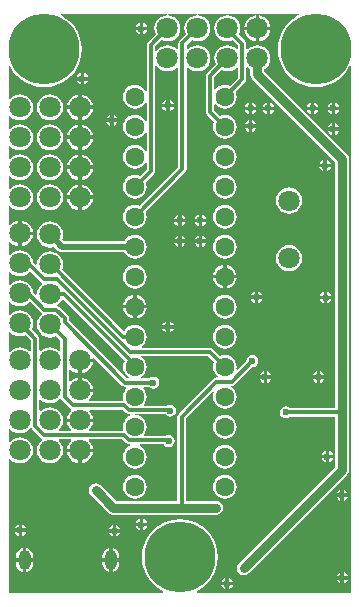
<source format=gbl>
%FSLAX44Y44*%
%MOMM*%
G71*
G01*
G75*
G04 Layer_Physical_Order=4*
G04 Layer_Color=16711680*
%ADD10R,1.3000X1.5000*%
%ADD11R,1.1000X1.0000*%
%ADD12R,2.1000X2.9000*%
%ADD13R,0.5000X1.6000*%
%ADD14R,1.0000X1.1000*%
%ADD15R,2.4000X3.3000*%
%ADD16R,2.4000X1.0000*%
%ADD17R,1.0000X0.8500*%
%ADD18R,1.0000X0.8500*%
%ADD19R,0.8000X0.8000*%
%ADD20R,2.8000X1.5000*%
%ADD21R,0.8000X0.8000*%
%ADD22R,4.5000X5.0000*%
G04:AMPARAMS|DCode=23|XSize=5.6mm|YSize=2.1mm|CornerRadius=0.525mm|HoleSize=0mm|Usage=FLASHONLY|Rotation=270.000|XOffset=0mm|YOffset=0mm|HoleType=Round|Shape=RoundedRectangle|*
%AMROUNDEDRECTD23*
21,1,5.6000,1.0500,0,0,270.0*
21,1,4.5500,2.1000,0,0,270.0*
1,1,1.0500,-0.5250,-2.2750*
1,1,1.0500,-0.5250,2.2750*
1,1,1.0500,0.5250,2.2750*
1,1,1.0500,0.5250,-2.2750*
%
%ADD23ROUNDEDRECTD23*%
%ADD24C,0.3000*%
%ADD25C,0.5000*%
%ADD26C,0.7500*%
%ADD27C,1.8000*%
%ADD28O,1.0000X1.7000*%
%ADD29C,6.0000*%
%ADD30C,1.6000*%
%ADD31C,0.6000*%
G36*
X1623158Y561225D02*
X1622157Y558811D01*
X1621814Y556200D01*
X1622157Y553590D01*
X1623165Y551157D01*
X1624768Y549068D01*
X1626784Y547521D01*
X1626375Y546319D01*
X1624978D01*
X1576069Y595228D01*
Y597178D01*
X1575797Y598543D01*
X1575023Y599701D01*
X1567701Y607023D01*
X1566543Y607797D01*
X1566393Y608441D01*
X1567845Y609555D01*
X1569608Y611852D01*
X1570027Y612862D01*
X1571272Y613110D01*
X1623158Y561225D01*
D02*
G37*
G36*
X1526755Y610455D02*
X1529053Y608691D01*
X1531729Y607583D01*
X1534600Y607205D01*
X1537472Y607583D01*
X1540148Y608691D01*
X1542445Y610455D01*
X1542630Y610695D01*
X1543897Y610778D01*
X1552699Y601977D01*
X1552986Y601785D01*
X1553028Y600515D01*
X1552155Y599845D01*
X1550392Y597547D01*
X1549283Y594872D01*
X1548905Y592000D01*
X1549283Y589128D01*
X1550392Y586452D01*
X1552155Y584155D01*
X1554453Y582392D01*
X1557128Y581283D01*
X1560000Y580905D01*
X1562872Y581283D01*
X1564850Y582103D01*
X1568931Y578022D01*
Y570047D01*
X1567792Y569486D01*
X1565547Y571208D01*
X1562872Y572317D01*
X1560000Y572695D01*
X1557128Y572317D01*
X1554453Y571208D01*
X1552208Y569486D01*
X1551069Y570047D01*
Y580000D01*
X1550797Y581366D01*
X1550023Y582523D01*
X1544497Y588050D01*
X1545317Y590028D01*
X1545695Y592900D01*
X1545317Y595772D01*
X1544209Y598447D01*
X1542445Y600745D01*
X1540148Y602508D01*
X1537472Y603617D01*
X1534600Y603995D01*
X1531729Y603617D01*
X1529053Y602508D01*
X1526755Y600745D01*
X1526203Y600026D01*
X1525000Y600434D01*
Y610766D01*
X1526203Y611174D01*
X1526755Y610455D01*
D02*
G37*
G36*
X1684328Y853733D02*
X1681929Y853417D01*
X1679253Y852309D01*
X1676955Y850545D01*
X1675192Y848248D01*
X1674083Y845572D01*
X1673705Y842700D01*
X1674083Y839828D01*
X1674903Y837850D01*
X1669727Y832673D01*
X1668953Y831516D01*
X1668681Y830150D01*
Y825249D01*
X1667479Y824841D01*
X1667245Y825145D01*
X1664948Y826908D01*
X1662272Y828017D01*
X1659400Y828395D01*
X1656528Y828017D01*
X1653853Y826908D01*
X1651555Y825145D01*
X1650271Y823473D01*
X1649069Y823881D01*
Y827322D01*
X1654550Y832803D01*
X1656528Y831983D01*
X1659400Y831605D01*
X1662272Y831983D01*
X1664948Y833092D01*
X1667245Y834855D01*
X1669008Y837153D01*
X1670117Y839828D01*
X1670495Y842700D01*
X1670117Y845572D01*
X1669008Y848248D01*
X1667245Y850545D01*
X1664948Y852309D01*
X1662272Y853417D01*
X1659872Y853733D01*
X1659956Y855000D01*
X1684245D01*
X1684328Y853733D01*
D02*
G37*
G36*
X1719131Y808852D02*
Y800878D01*
X1712185Y793932D01*
X1710710Y794543D01*
X1708100Y794886D01*
X1705490Y794543D01*
X1703057Y793535D01*
X1700968Y791932D01*
X1700271Y791024D01*
X1699069Y791432D01*
Y801122D01*
X1705350Y807403D01*
X1707328Y806583D01*
X1710200Y806205D01*
X1713072Y806583D01*
X1715748Y807692D01*
X1717992Y809414D01*
X1719131Y808852D01*
D02*
G37*
G36*
X1620977Y540227D02*
X1622134Y539453D01*
X1623500Y539181D01*
X1624421D01*
X1624829Y537979D01*
X1624768Y537932D01*
X1623165Y535843D01*
X1622157Y533410D01*
X1621814Y530800D01*
X1622157Y528190D01*
X1622184Y528125D01*
X1621479Y527069D01*
X1593545D01*
X1593136Y528271D01*
X1593245Y528355D01*
X1595009Y530653D01*
X1596117Y533328D01*
X1596297Y534700D01*
X1585397D01*
Y536197D01*
X1583900D01*
Y547097D01*
X1582528Y546917D01*
X1579852Y545808D01*
X1577555Y544045D01*
X1577271Y543676D01*
X1576069Y544084D01*
Y553716D01*
X1577271Y554124D01*
X1577555Y553755D01*
X1579852Y551992D01*
X1582528Y550883D01*
X1583900Y550703D01*
Y561603D01*
X1585397D01*
Y563100D01*
X1596297D01*
X1596281Y563221D01*
X1597421Y563783D01*
X1620977Y540227D01*
D02*
G37*
G36*
X1770799Y853754D02*
X1770427Y853600D01*
X1766133Y850969D01*
X1762303Y847697D01*
X1759031Y843867D01*
X1756400Y839573D01*
X1754472Y834919D01*
X1753296Y830021D01*
X1752901Y825000D01*
X1753296Y819979D01*
X1754472Y815081D01*
X1756400Y810427D01*
X1759031Y806133D01*
X1762303Y802303D01*
X1766133Y799031D01*
X1770427Y796400D01*
X1775081Y794472D01*
X1779979Y793296D01*
X1785000Y792901D01*
X1790021Y793296D01*
X1794919Y794472D01*
X1799573Y796400D01*
X1803867Y799031D01*
X1807697Y802303D01*
X1810969Y806133D01*
X1813600Y810427D01*
X1813754Y810799D01*
X1815000Y810551D01*
Y365000D01*
X1684449D01*
X1684201Y366246D01*
X1684573Y366400D01*
X1688867Y369031D01*
X1692697Y372303D01*
X1695969Y376133D01*
X1698600Y380427D01*
X1700528Y385081D01*
X1701704Y389979D01*
X1702099Y395000D01*
X1701704Y400021D01*
X1700528Y404919D01*
X1698600Y409573D01*
X1695969Y413867D01*
X1692697Y417697D01*
X1688867Y420969D01*
X1684573Y423600D01*
X1679919Y425528D01*
X1675021Y426704D01*
X1670000Y427099D01*
X1664979Y426704D01*
X1660081Y425528D01*
X1655427Y423600D01*
X1651133Y420969D01*
X1647303Y417697D01*
X1644031Y413867D01*
X1641400Y409573D01*
X1639472Y404919D01*
X1638296Y400021D01*
X1637901Y395000D01*
X1638296Y389979D01*
X1639472Y385081D01*
X1641400Y380427D01*
X1644031Y376133D01*
X1647303Y372303D01*
X1651133Y369031D01*
X1655427Y366400D01*
X1655799Y366246D01*
X1655551Y365000D01*
X1525000D01*
Y477866D01*
X1526203Y478274D01*
X1526755Y477555D01*
X1529052Y475792D01*
X1531728Y474683D01*
X1534600Y474305D01*
X1537472Y474683D01*
X1540148Y475792D01*
X1542445Y477555D01*
X1544209Y479852D01*
X1545317Y482528D01*
X1545695Y485400D01*
X1545317Y488271D01*
X1544209Y490947D01*
X1542445Y493245D01*
X1540148Y495008D01*
X1537472Y496117D01*
X1534600Y496495D01*
X1531728Y496117D01*
X1529052Y495008D01*
X1526755Y493245D01*
X1526203Y492526D01*
X1525000Y492934D01*
Y503266D01*
X1526203Y503674D01*
X1526755Y502955D01*
X1529052Y501191D01*
X1531728Y500083D01*
X1534600Y499705D01*
X1537472Y500083D01*
X1540148Y501191D01*
X1542445Y502955D01*
X1543186Y503920D01*
X1544456Y503879D01*
X1544977Y503099D01*
X1552299Y495777D01*
X1552299Y495777D01*
X1552299D01*
X1552299Y495777D01*
X1552299D01*
X1552299Y495776D01*
Y495777D01*
Y495776D01*
D01*
D01*
X1552299D01*
Y495777D01*
X1553079Y495256D01*
X1553120Y493986D01*
X1552155Y493245D01*
X1550392Y490947D01*
X1549283Y488271D01*
X1548905Y485400D01*
X1549283Y482528D01*
X1550392Y479852D01*
X1552155Y477555D01*
X1554453Y475792D01*
X1557128Y474683D01*
X1560000Y474305D01*
X1562872Y474683D01*
X1565547Y475792D01*
X1567845Y477555D01*
X1569608Y479852D01*
X1570717Y482528D01*
X1571095Y485400D01*
X1570717Y488271D01*
X1569608Y490947D01*
X1567845Y493245D01*
X1567476Y493529D01*
X1567884Y494731D01*
X1577516D01*
X1577924Y493529D01*
X1577555Y493245D01*
X1575791Y490947D01*
X1574683Y488271D01*
X1574503Y486900D01*
X1596297D01*
X1596117Y488271D01*
X1595009Y490947D01*
X1593245Y493245D01*
X1592876Y493529D01*
X1593284Y494731D01*
X1621259D01*
X1624613Y491377D01*
X1625771Y490603D01*
X1627137Y490331D01*
X1627456D01*
X1627704Y489086D01*
X1626857Y488735D01*
X1624768Y487132D01*
X1623165Y485043D01*
X1622157Y482611D01*
X1621814Y480000D01*
X1622157Y477389D01*
X1623165Y474957D01*
X1624768Y472868D01*
X1626857Y471265D01*
X1629290Y470257D01*
X1631900Y469914D01*
X1634510Y470257D01*
X1636943Y471265D01*
X1639032Y472868D01*
X1640635Y474957D01*
X1641643Y477389D01*
X1641986Y480000D01*
X1641643Y482611D01*
X1640635Y485043D01*
X1639032Y487132D01*
X1636943Y488735D01*
X1636096Y489086D01*
X1636344Y490331D01*
X1656437D01*
X1656895Y489645D01*
X1658549Y488540D01*
X1660500Y488152D01*
X1662451Y488540D01*
X1664105Y489645D01*
X1665210Y491299D01*
X1665598Y493250D01*
X1665210Y495201D01*
X1664105Y496855D01*
X1662451Y497960D01*
X1660500Y498348D01*
X1658549Y497960D01*
X1657814Y497469D01*
X1639854D01*
X1639293Y498608D01*
X1640635Y500357D01*
X1641643Y502789D01*
X1641986Y505400D01*
X1641643Y508010D01*
X1640635Y510443D01*
X1639032Y512532D01*
X1636943Y514135D01*
X1634510Y515143D01*
X1631900Y515486D01*
X1632145Y515731D01*
X1657921D01*
X1658145Y515395D01*
X1659799Y514290D01*
X1661750Y513902D01*
X1663701Y514290D01*
X1665355Y515395D01*
X1666460Y517049D01*
X1666848Y519000D01*
X1666460Y520951D01*
X1665355Y522605D01*
X1663701Y523710D01*
X1661750Y524098D01*
X1659799Y523710D01*
X1658540Y522869D01*
X1639854D01*
X1639293Y524008D01*
X1640635Y525757D01*
X1641643Y528190D01*
X1641986Y530800D01*
X1641643Y533410D01*
X1640635Y535843D01*
X1639032Y537932D01*
X1638971Y537979D01*
X1639379Y539181D01*
X1643871D01*
X1643895Y539145D01*
X1645549Y538040D01*
X1647500Y537652D01*
X1649451Y538040D01*
X1651105Y539145D01*
X1652210Y540799D01*
X1652598Y542750D01*
X1652210Y544701D01*
X1651105Y546355D01*
X1649451Y547460D01*
X1647500Y547848D01*
X1645549Y547460D01*
X1643895Y546355D01*
X1643871Y546319D01*
X1637424D01*
X1637016Y547521D01*
X1639032Y549068D01*
X1640635Y551157D01*
X1641643Y553590D01*
X1641986Y556200D01*
X1641643Y558811D01*
X1640635Y561243D01*
X1639032Y563332D01*
X1636943Y564935D01*
X1636992Y565181D01*
X1694072D01*
X1698968Y560285D01*
X1698357Y558811D01*
X1698014Y556200D01*
X1698357Y553590D01*
X1699365Y551157D01*
X1700968Y549068D01*
X1702006Y548271D01*
X1701598Y547069D01*
X1701000D01*
X1699634Y546797D01*
X1698477Y546023D01*
X1668977Y516523D01*
X1668203Y515366D01*
X1667931Y514000D01*
Y442613D01*
X1615928D01*
X1602896Y455645D01*
X1600993Y456916D01*
X1598750Y457363D01*
X1596507Y456916D01*
X1594604Y455645D01*
X1593334Y453744D01*
X1592887Y451500D01*
X1593334Y449257D01*
X1594604Y447355D01*
X1609355Y432604D01*
X1611256Y431334D01*
X1611256Y431334D01*
X1611257Y431334D01*
D01*
X1611257Y431334D01*
X1611257Y431334D01*
X1613500Y430887D01*
X1701000D01*
X1703244Y431334D01*
X1705146Y432604D01*
X1706416Y434506D01*
X1706863Y436750D01*
X1706416Y438993D01*
X1705146Y440896D01*
X1703244Y442166D01*
X1701000Y442613D01*
X1675069D01*
Y512522D01*
X1697753Y535206D01*
X1698809Y534501D01*
X1698357Y533410D01*
X1698014Y530800D01*
X1698357Y528190D01*
X1699365Y525757D01*
X1700968Y523668D01*
X1703057Y522065D01*
X1705490Y521057D01*
X1708100Y520714D01*
X1710710Y521057D01*
X1713143Y522065D01*
X1715232Y523668D01*
X1716835Y525757D01*
X1717843Y528190D01*
X1718186Y530800D01*
X1717843Y533410D01*
X1716835Y535843D01*
X1715232Y537932D01*
X1713143Y539535D01*
X1713222Y539931D01*
X1714000D01*
X1715366Y540203D01*
X1716523Y540977D01*
X1716523Y540977D01*
X1716523Y540977D01*
X1731457Y555910D01*
X1731500Y555902D01*
X1733451Y556290D01*
X1735105Y557395D01*
X1736210Y559049D01*
X1736598Y561000D01*
X1736210Y562951D01*
X1735105Y564605D01*
X1733451Y565710D01*
X1731500Y566098D01*
X1729549Y565710D01*
X1727895Y564605D01*
X1726790Y562951D01*
X1726402Y561000D01*
X1726411Y560957D01*
X1719057Y553604D01*
X1717919Y554166D01*
X1718186Y556200D01*
X1717843Y558811D01*
X1716835Y561243D01*
X1715232Y563332D01*
X1713143Y564935D01*
X1710710Y565943D01*
X1708100Y566286D01*
X1705490Y565943D01*
X1704015Y565332D01*
X1698073Y571273D01*
X1696916Y572047D01*
X1695550Y572319D01*
X1638206D01*
X1637798Y573521D01*
X1639032Y574468D01*
X1640635Y576557D01*
X1641643Y578989D01*
X1641986Y581600D01*
X1641643Y584211D01*
X1640635Y586643D01*
X1639032Y588732D01*
X1636943Y590335D01*
X1634510Y591343D01*
X1631900Y591686D01*
X1629290Y591343D01*
X1626857Y590335D01*
X1624768Y588732D01*
X1623235Y586734D01*
X1621967Y586651D01*
X1570123Y638495D01*
X1570717Y639928D01*
X1571095Y642800D01*
X1570717Y645672D01*
X1569608Y648347D01*
X1567845Y650645D01*
X1565547Y652409D01*
X1562872Y653517D01*
X1560000Y653895D01*
X1557128Y653517D01*
X1554453Y652409D01*
X1552155Y650645D01*
X1550392Y648347D01*
X1549283Y645672D01*
X1548914Y642866D01*
X1547711Y642458D01*
X1545578Y644592D01*
X1545317Y646572D01*
X1544209Y649247D01*
X1542445Y651545D01*
X1540148Y653308D01*
X1537472Y654417D01*
X1534600Y654795D01*
X1531729Y654417D01*
X1529053Y653308D01*
X1526755Y651545D01*
X1526203Y650826D01*
X1525000Y651234D01*
Y661566D01*
X1526203Y661974D01*
X1526755Y661255D01*
X1529053Y659492D01*
X1531729Y658383D01*
X1533100Y658203D01*
Y669097D01*
Y679997D01*
X1531729Y679817D01*
X1529053Y678708D01*
X1526755Y676945D01*
X1526203Y676226D01*
X1525000Y676634D01*
Y692116D01*
X1526203Y692524D01*
X1526755Y691805D01*
X1529053Y690042D01*
X1531728Y688933D01*
X1534600Y688555D01*
X1537472Y688933D01*
X1540147Y690042D01*
X1542445Y691805D01*
X1544209Y694102D01*
X1545317Y696778D01*
X1545695Y699650D01*
X1545317Y702522D01*
X1544209Y705197D01*
X1542445Y707495D01*
X1540147Y709258D01*
X1537472Y710367D01*
X1534600Y710745D01*
X1531728Y710367D01*
X1529053Y709258D01*
X1526755Y707495D01*
X1526203Y706776D01*
X1525000Y707184D01*
Y717516D01*
X1526203Y717924D01*
X1526755Y717205D01*
X1529053Y715442D01*
X1531728Y714333D01*
X1534600Y713955D01*
X1537472Y714333D01*
X1540147Y715442D01*
X1542445Y717205D01*
X1544209Y719502D01*
X1545317Y722178D01*
X1545695Y725050D01*
X1545317Y727922D01*
X1544209Y730597D01*
X1542445Y732895D01*
X1540147Y734658D01*
X1537472Y735767D01*
X1534600Y736145D01*
X1531728Y735767D01*
X1529053Y734658D01*
X1526755Y732895D01*
X1526203Y732176D01*
X1525000Y732584D01*
Y742916D01*
X1526203Y743324D01*
X1526755Y742605D01*
X1529053Y740842D01*
X1531728Y739733D01*
X1534600Y739355D01*
X1537472Y739733D01*
X1540147Y740842D01*
X1542445Y742605D01*
X1544209Y744902D01*
X1545317Y747578D01*
X1545695Y750450D01*
X1545317Y753322D01*
X1544209Y755997D01*
X1542445Y758295D01*
X1540147Y760058D01*
X1537472Y761167D01*
X1534600Y761545D01*
X1531728Y761167D01*
X1529053Y760058D01*
X1526755Y758295D01*
X1526203Y757576D01*
X1525000Y757984D01*
Y768316D01*
X1526203Y768724D01*
X1526755Y768005D01*
X1529053Y766242D01*
X1531728Y765133D01*
X1534600Y764755D01*
X1537472Y765133D01*
X1540147Y766242D01*
X1542445Y768005D01*
X1544209Y770303D01*
X1545317Y772978D01*
X1545695Y775850D01*
X1545317Y778722D01*
X1544209Y781397D01*
X1542445Y783695D01*
X1540147Y785458D01*
X1537472Y786567D01*
X1534600Y786945D01*
X1531728Y786567D01*
X1529053Y785458D01*
X1526755Y783695D01*
X1526203Y782976D01*
X1525000Y783384D01*
Y810551D01*
X1526246Y810799D01*
X1526400Y810427D01*
X1529031Y806133D01*
X1532303Y802303D01*
X1536133Y799031D01*
X1540427Y796400D01*
X1545081Y794472D01*
X1549979Y793296D01*
X1555000Y792901D01*
X1560021Y793296D01*
X1564919Y794472D01*
X1569573Y796400D01*
X1573867Y799031D01*
X1577697Y802303D01*
X1580969Y806133D01*
X1583600Y810427D01*
X1585528Y815081D01*
X1586704Y819979D01*
X1587099Y825000D01*
X1586704Y830021D01*
X1585528Y834919D01*
X1583600Y839573D01*
X1580969Y843867D01*
X1577697Y847697D01*
X1573867Y850969D01*
X1569573Y853600D01*
X1569201Y853754D01*
X1569449Y855000D01*
X1658844D01*
X1658927Y853733D01*
X1656528Y853417D01*
X1653853Y852309D01*
X1651555Y850545D01*
X1649792Y848248D01*
X1648683Y845572D01*
X1648305Y842700D01*
X1648683Y839828D01*
X1649503Y837850D01*
X1642977Y831323D01*
X1642203Y830166D01*
X1641931Y828800D01*
Y789968D01*
X1640686Y789720D01*
X1640635Y789843D01*
X1639032Y791932D01*
X1636943Y793535D01*
X1634510Y794543D01*
X1631900Y794886D01*
X1629290Y794543D01*
X1626857Y793535D01*
X1624768Y791932D01*
X1623165Y789843D01*
X1622157Y787411D01*
X1621814Y784800D01*
X1622157Y782189D01*
X1623165Y779757D01*
X1624768Y777668D01*
X1626857Y776065D01*
X1629290Y775057D01*
X1631900Y774714D01*
X1634510Y775057D01*
X1636943Y776065D01*
X1639032Y777668D01*
X1640635Y779757D01*
X1640686Y779880D01*
X1641931Y779632D01*
Y764568D01*
X1640686Y764320D01*
X1640635Y764443D01*
X1639032Y766532D01*
X1636943Y768135D01*
X1634510Y769143D01*
X1631900Y769486D01*
X1629290Y769143D01*
X1626857Y768135D01*
X1624768Y766532D01*
X1623165Y764443D01*
X1622157Y762010D01*
X1621814Y759400D01*
X1622157Y756789D01*
X1623165Y754357D01*
X1624768Y752268D01*
X1626857Y750665D01*
X1629290Y749657D01*
X1631900Y749314D01*
X1634510Y749657D01*
X1636943Y750665D01*
X1639032Y752268D01*
X1640635Y754357D01*
X1640686Y754480D01*
X1641931Y754232D01*
Y739168D01*
X1640686Y738920D01*
X1640635Y739043D01*
X1639032Y741132D01*
X1636943Y742735D01*
X1634510Y743743D01*
X1631900Y744086D01*
X1629290Y743743D01*
X1626857Y742735D01*
X1624768Y741132D01*
X1623165Y739043D01*
X1622157Y736610D01*
X1621814Y734000D01*
X1622157Y731389D01*
X1623165Y728957D01*
X1624768Y726868D01*
X1626857Y725265D01*
X1629290Y724257D01*
X1631900Y723914D01*
X1634510Y724257D01*
X1636943Y725265D01*
X1639032Y726868D01*
X1640635Y728957D01*
X1640686Y729080D01*
X1641931Y728832D01*
Y723678D01*
X1635985Y717732D01*
X1634510Y718343D01*
X1631900Y718686D01*
X1629290Y718343D01*
X1626857Y717335D01*
X1624768Y715732D01*
X1623165Y713643D01*
X1622157Y711210D01*
X1621814Y708600D01*
X1622157Y705990D01*
X1623165Y703557D01*
X1624768Y701468D01*
X1626857Y699865D01*
X1629290Y698857D01*
X1631900Y698514D01*
X1634510Y698857D01*
X1636943Y699865D01*
X1639032Y701468D01*
X1640635Y703557D01*
X1641643Y705990D01*
X1641986Y708600D01*
X1641643Y711210D01*
X1641032Y712685D01*
X1648023Y719677D01*
X1648797Y720834D01*
X1649069Y722200D01*
Y810719D01*
X1650271Y811127D01*
X1651555Y809455D01*
X1653853Y807692D01*
X1656528Y806583D01*
X1659400Y806205D01*
X1662272Y806583D01*
X1664948Y807692D01*
X1667245Y809455D01*
X1667479Y809759D01*
X1668681Y809351D01*
Y725028D01*
X1635985Y692332D01*
X1634510Y692943D01*
X1631900Y693286D01*
X1629290Y692943D01*
X1626857Y691935D01*
X1624768Y690332D01*
X1623165Y688243D01*
X1622157Y685810D01*
X1621814Y683200D01*
X1622157Y680590D01*
X1623165Y678157D01*
X1624768Y676068D01*
X1626857Y674465D01*
X1629290Y673457D01*
X1631900Y673114D01*
X1634510Y673457D01*
X1636943Y674465D01*
X1639032Y676068D01*
X1640635Y678157D01*
X1641643Y680590D01*
X1641986Y683200D01*
X1641643Y685810D01*
X1641032Y687285D01*
X1674773Y721027D01*
X1675547Y722184D01*
X1675819Y723550D01*
Y808891D01*
X1676958Y809453D01*
X1679253Y807692D01*
X1681929Y806583D01*
X1684800Y806205D01*
X1687672Y806583D01*
X1690347Y807692D01*
X1692645Y809455D01*
X1694409Y811753D01*
X1695517Y814428D01*
X1695895Y817300D01*
X1695517Y820172D01*
X1694409Y822848D01*
X1692645Y825145D01*
X1690347Y826908D01*
X1687672Y828017D01*
X1684800Y828395D01*
X1681929Y828017D01*
X1679253Y826908D01*
X1676958Y825147D01*
X1675819Y825709D01*
Y828672D01*
X1679950Y832803D01*
X1681929Y831983D01*
X1684800Y831605D01*
X1687672Y831983D01*
X1690347Y833092D01*
X1692645Y834855D01*
X1694409Y837153D01*
X1695517Y839828D01*
X1695895Y842700D01*
X1695517Y845572D01*
X1694409Y848248D01*
X1692645Y850545D01*
X1690347Y852309D01*
X1687672Y853417D01*
X1685273Y853733D01*
X1685356Y855000D01*
X1709644D01*
X1709727Y853733D01*
X1709727Y853733D01*
D01*
X1707328Y853417D01*
X1704653Y852309D01*
X1702355Y850545D01*
X1700592Y848248D01*
X1699483Y845572D01*
X1699105Y842700D01*
X1699483Y839828D01*
X1700592Y837153D01*
X1702355Y834855D01*
X1704653Y833092D01*
X1707328Y831983D01*
X1710200Y831605D01*
X1713072Y831983D01*
X1714768Y832686D01*
X1719131Y828322D01*
Y825748D01*
X1717992Y825186D01*
X1715748Y826908D01*
X1713072Y828017D01*
X1710200Y828395D01*
X1707328Y828017D01*
X1704653Y826908D01*
X1702355Y825145D01*
X1700592Y822848D01*
X1699483Y820172D01*
X1699105Y817300D01*
X1699483Y814428D01*
X1700303Y812450D01*
X1692977Y805123D01*
X1692203Y803966D01*
X1691931Y802600D01*
Y772000D01*
X1691931Y772000D01*
X1691931D01*
X1692203Y770634D01*
X1692977Y769477D01*
X1698968Y763485D01*
X1698357Y762010D01*
X1698014Y759400D01*
X1698357Y756789D01*
X1699365Y754357D01*
X1700968Y752268D01*
X1703057Y750665D01*
X1705490Y749657D01*
X1708100Y749314D01*
X1710710Y749657D01*
X1713143Y750665D01*
X1715232Y752268D01*
X1716835Y754357D01*
X1717843Y756789D01*
X1718186Y759400D01*
X1717843Y762010D01*
X1716835Y764443D01*
X1715232Y766532D01*
X1713143Y768135D01*
X1710710Y769143D01*
X1708100Y769486D01*
X1705490Y769143D01*
X1704015Y768532D01*
X1699069Y773478D01*
Y778168D01*
X1700271Y778576D01*
X1700968Y777668D01*
X1703057Y776065D01*
X1705490Y775057D01*
X1708100Y774714D01*
X1710710Y775057D01*
X1713143Y776065D01*
X1715232Y777668D01*
X1716835Y779757D01*
X1717843Y782189D01*
X1718186Y784800D01*
X1717843Y787411D01*
X1717232Y788885D01*
X1725223Y796877D01*
X1725997Y798034D01*
X1726269Y799400D01*
X1726269Y799400D01*
X1726269Y799400D01*
Y799400D01*
Y809416D01*
X1727471Y809824D01*
X1727755Y809455D01*
X1729737Y807933D01*
Y803900D01*
X1730184Y801656D01*
X1730184Y801656D01*
X1730184Y801656D01*
X1731454Y799754D01*
X1801637Y729572D01*
Y521069D01*
X1763379D01*
X1763355Y521105D01*
X1761701Y522210D01*
X1759750Y522598D01*
X1757799Y522210D01*
X1756145Y521105D01*
X1755040Y519451D01*
X1754652Y517500D01*
X1755040Y515549D01*
X1756145Y513895D01*
X1757799Y512790D01*
X1759750Y512402D01*
X1761701Y512790D01*
X1763355Y513895D01*
X1763379Y513931D01*
X1801637D01*
Y471428D01*
X1719854Y389646D01*
X1718584Y387743D01*
X1718137Y385500D01*
X1718584Y383256D01*
X1719854Y381354D01*
X1721756Y380084D01*
X1724000Y379637D01*
X1726243Y380084D01*
X1728145Y381354D01*
X1811646Y464855D01*
X1812916Y466756D01*
X1812916Y466756D01*
X1812916Y466757D01*
X1813363Y469000D01*
Y518250D01*
Y732000D01*
X1812916Y734243D01*
X1811646Y736145D01*
X1741463Y806328D01*
Y807933D01*
X1743445Y809455D01*
X1745208Y811753D01*
X1746317Y814428D01*
X1746695Y817300D01*
X1746317Y820172D01*
X1745208Y822848D01*
X1743445Y825145D01*
X1741147Y826908D01*
X1738472Y828017D01*
X1735600Y828395D01*
X1732728Y828017D01*
X1730053Y826908D01*
X1727755Y825145D01*
X1727471Y824776D01*
X1726269Y825184D01*
Y829800D01*
X1725997Y831166D01*
X1725223Y832323D01*
X1719980Y837567D01*
X1720917Y839828D01*
X1721295Y842700D01*
X1720917Y845572D01*
X1719809Y848248D01*
X1718045Y850545D01*
X1715748Y852309D01*
X1713072Y853417D01*
X1710673Y853733D01*
X1710756Y855000D01*
X1735045D01*
X1735128Y853733D01*
X1735600Y853795D01*
X1736073Y853733D01*
X1736156Y855000D01*
X1770551D01*
X1770799Y853754D01*
D02*
G37*
G36*
X1526755Y585055D02*
X1529053Y583292D01*
X1531729Y582183D01*
X1534600Y581805D01*
X1537472Y582183D01*
X1539451Y583003D01*
X1543931Y578522D01*
Y569484D01*
X1542729Y569076D01*
X1542445Y569445D01*
X1540148Y571208D01*
X1537472Y572317D01*
X1534600Y572695D01*
X1531728Y572317D01*
X1529052Y571208D01*
X1526755Y569445D01*
X1526203Y568726D01*
X1525000Y569134D01*
Y585366D01*
X1526203Y585774D01*
X1526755Y585055D01*
D02*
G37*
G36*
Y635855D02*
X1529053Y634091D01*
X1531729Y632983D01*
X1534600Y632605D01*
X1537472Y632983D01*
X1540148Y634091D01*
X1542445Y635855D01*
X1542630Y636095D01*
X1543897Y636178D01*
X1552299Y627777D01*
X1553079Y627256D01*
X1553120Y625986D01*
X1552155Y625245D01*
X1550392Y622948D01*
X1549283Y620272D01*
X1548914Y617466D01*
X1547711Y617058D01*
X1545578Y619192D01*
X1545317Y621172D01*
X1544209Y623847D01*
X1542445Y626145D01*
X1540148Y627908D01*
X1537472Y629017D01*
X1534600Y629395D01*
X1531729Y629017D01*
X1529053Y627908D01*
X1526755Y626145D01*
X1526203Y625426D01*
X1525000Y625834D01*
Y636166D01*
X1526203Y636574D01*
X1526755Y635855D01*
D02*
G37*
G36*
X1569366Y528641D02*
X1569977Y527727D01*
X1576727Y520977D01*
X1577884Y520203D01*
D01*
D01*
X1577928Y518932D01*
X1577555Y518645D01*
X1575791Y516347D01*
X1574683Y513671D01*
X1574503Y512300D01*
X1596297D01*
X1596117Y513671D01*
X1595009Y516347D01*
X1593245Y518645D01*
X1593136Y518729D01*
X1593545Y519931D01*
X1621458D01*
X1624613Y516777D01*
X1625771Y516003D01*
X1627137Y515731D01*
X1627456D01*
X1627704Y514486D01*
X1626857Y514135D01*
X1624768Y512532D01*
X1623165Y510443D01*
X1622157Y508010D01*
X1621814Y505400D01*
X1622153Y502823D01*
X1621316Y501869D01*
X1593848D01*
X1593286Y503008D01*
X1595009Y505252D01*
X1596117Y507928D01*
X1596297Y509300D01*
X1574503D01*
X1574683Y507928D01*
X1575791Y505252D01*
X1577514Y503008D01*
X1576952Y501869D01*
X1568448D01*
X1567886Y503008D01*
X1569608Y505252D01*
X1570717Y507928D01*
X1571095Y510800D01*
X1570717Y513671D01*
X1569608Y516347D01*
X1567845Y518645D01*
X1565547Y520408D01*
X1562872Y521517D01*
X1560000Y521895D01*
X1557128Y521517D01*
X1554453Y520408D01*
X1552208Y518686D01*
X1551069Y519248D01*
Y527752D01*
X1552208Y528314D01*
X1554453Y526591D01*
X1557128Y525483D01*
X1560000Y525105D01*
X1562872Y525483D01*
X1565547Y526591D01*
X1567845Y528355D01*
X1568097Y528682D01*
X1569366Y528641D01*
D02*
G37*
%LPC*%
G36*
X1708100Y591686D02*
X1705490Y591343D01*
X1703057Y590335D01*
X1700968Y588732D01*
X1699365Y586643D01*
X1698357Y584211D01*
X1698014Y581600D01*
X1698357Y578989D01*
X1699365Y576557D01*
X1700968Y574468D01*
X1703057Y572865D01*
X1705490Y571857D01*
X1708100Y571514D01*
X1710710Y571857D01*
X1713143Y572865D01*
X1715232Y574468D01*
X1716835Y576557D01*
X1717843Y578989D01*
X1718186Y581600D01*
X1717843Y584211D01*
X1716835Y586643D01*
X1715232Y588732D01*
X1713143Y590335D01*
X1710710Y591343D01*
X1708100Y591686D01*
D02*
G37*
G36*
X1661500Y594800D02*
Y591500D01*
X1664800D01*
X1664710Y591951D01*
X1663605Y593605D01*
X1661951Y594710D01*
X1661500Y594800D01*
D02*
G37*
G36*
X1708100Y617086D02*
X1705490Y616743D01*
X1703057Y615735D01*
X1700968Y614132D01*
X1699365Y612043D01*
X1698357Y609610D01*
X1698014Y607000D01*
X1698357Y604389D01*
X1699365Y601957D01*
X1700968Y599868D01*
X1703057Y598265D01*
X1705490Y597257D01*
X1708100Y596914D01*
X1710710Y597257D01*
X1713143Y598265D01*
X1715232Y599868D01*
X1716835Y601957D01*
X1717843Y604389D01*
X1718186Y607000D01*
X1717843Y609610D01*
X1716835Y612043D01*
X1715232Y614132D01*
X1713143Y615735D01*
X1710710Y616743D01*
X1708100Y617086D01*
D02*
G37*
G36*
X1630400Y605500D02*
X1622011D01*
X1622157Y604389D01*
X1623165Y601957D01*
X1624768Y599868D01*
X1626857Y598265D01*
X1629290Y597257D01*
X1630400Y597111D01*
Y605500D01*
D02*
G37*
G36*
X1658500Y588500D02*
X1655200D01*
X1655290Y588049D01*
X1656395Y586395D01*
X1658049Y585290D01*
X1658500Y585200D01*
Y588500D01*
D02*
G37*
G36*
X1664800D02*
X1661500D01*
Y585200D01*
X1661951Y585290D01*
X1663605Y586395D01*
X1664710Y588049D01*
X1664800Y588500D01*
D02*
G37*
G36*
X1658500Y594800D02*
X1658049Y594710D01*
X1656395Y593605D01*
X1655290Y591951D01*
X1655200Y591500D01*
X1658500D01*
Y594800D01*
D02*
G37*
G36*
X1786000Y546000D02*
X1782700D01*
X1782790Y545549D01*
X1783895Y543895D01*
X1785549Y542790D01*
X1786000Y542700D01*
Y546000D01*
D02*
G37*
G36*
X1792300D02*
X1789000D01*
Y542700D01*
X1789451Y542790D01*
X1791105Y543895D01*
X1792210Y545549D01*
X1792300Y546000D01*
D02*
G37*
G36*
X1741000D02*
X1737700D01*
X1737790Y545549D01*
X1738895Y543895D01*
X1740549Y542790D01*
X1741000Y542700D01*
Y546000D01*
D02*
G37*
G36*
X1747300D02*
X1744000D01*
Y542700D01*
X1744451Y542790D01*
X1746105Y543895D01*
X1747210Y545549D01*
X1747300Y546000D01*
D02*
G37*
G36*
X1741000Y552300D02*
X1740549Y552210D01*
X1738895Y551105D01*
X1737790Y549451D01*
X1737700Y549000D01*
X1741000D01*
Y552300D01*
D02*
G37*
G36*
X1789000D02*
Y549000D01*
X1792300D01*
X1792210Y549451D01*
X1791105Y551105D01*
X1789451Y552210D01*
X1789000Y552300D01*
D02*
G37*
G36*
X1596297Y560100D02*
X1586900D01*
Y550703D01*
X1588272Y550883D01*
X1590948Y551992D01*
X1593245Y553755D01*
X1595009Y556053D01*
X1596117Y558728D01*
X1596297Y560100D01*
D02*
G37*
G36*
X1744000Y552300D02*
Y549000D01*
X1747300D01*
X1747210Y549451D01*
X1746105Y551105D01*
X1744451Y552210D01*
X1744000Y552300D01*
D02*
G37*
G36*
X1786000D02*
X1785549Y552210D01*
X1783895Y551105D01*
X1782790Y549451D01*
X1782700Y549000D01*
X1786000D01*
Y552300D01*
D02*
G37*
G36*
X1641789Y605500D02*
X1633400D01*
Y597111D01*
X1634510Y597257D01*
X1636943Y598265D01*
X1639032Y599868D01*
X1640635Y601957D01*
X1641643Y604389D01*
X1641789Y605500D01*
D02*
G37*
G36*
X1709600Y642289D02*
Y633900D01*
X1717989D01*
X1717843Y635010D01*
X1716835Y637443D01*
X1715232Y639532D01*
X1713143Y641135D01*
X1710710Y642143D01*
X1709600Y642289D01*
D02*
G37*
G36*
X1762500Y659195D02*
X1759628Y658817D01*
X1756953Y657709D01*
X1754655Y655945D01*
X1752892Y653648D01*
X1751783Y650972D01*
X1751405Y648100D01*
X1751783Y645228D01*
X1752892Y642552D01*
X1754655Y640255D01*
X1756953Y638492D01*
X1759628Y637383D01*
X1762500Y637005D01*
X1765372Y637383D01*
X1768047Y638492D01*
X1770345Y640255D01*
X1772108Y642552D01*
X1773217Y645228D01*
X1773595Y648100D01*
X1773217Y650972D01*
X1772108Y653648D01*
X1770345Y655945D01*
X1768047Y657709D01*
X1765372Y658817D01*
X1762500Y659195D01*
D02*
G37*
G36*
X1706600Y642289D02*
X1705490Y642143D01*
X1703057Y641135D01*
X1700968Y639532D01*
X1699365Y637443D01*
X1698357Y635010D01*
X1698211Y633900D01*
X1706600D01*
Y642289D01*
D02*
G37*
G36*
Y630900D02*
X1698211D01*
X1698357Y629790D01*
X1699365Y627357D01*
X1700968Y625268D01*
X1703057Y623665D01*
X1705490Y622657D01*
X1706600Y622511D01*
Y630900D01*
D02*
G37*
G36*
X1717989D02*
X1709600D01*
Y622511D01*
X1710710Y622657D01*
X1713143Y623665D01*
X1715232Y625268D01*
X1716835Y627357D01*
X1717843Y629790D01*
X1717989Y630900D01*
D02*
G37*
G36*
X1674800Y661000D02*
X1671500D01*
Y657700D01*
X1671951Y657790D01*
X1673605Y658895D01*
X1674710Y660549D01*
X1674800Y661000D01*
D02*
G37*
G36*
X1686000D02*
X1682700D01*
X1682790Y660549D01*
X1683895Y658895D01*
X1685549Y657790D01*
X1686000Y657700D01*
Y661000D01*
D02*
G37*
G36*
X1668500D02*
X1665200D01*
X1665290Y660549D01*
X1666395Y658895D01*
X1668049Y657790D01*
X1668500Y657700D01*
Y661000D01*
D02*
G37*
G36*
X1560000Y679295D02*
X1557128Y678917D01*
X1554453Y677809D01*
X1552155Y676045D01*
X1550392Y673747D01*
X1549283Y671072D01*
X1548905Y668200D01*
X1549283Y665328D01*
X1550392Y662653D01*
X1552155Y660355D01*
X1554453Y658592D01*
X1557128Y657483D01*
X1560000Y657105D01*
X1562872Y657483D01*
X1563831Y657880D01*
X1567156Y654556D01*
X1568644Y653561D01*
X1570400Y653212D01*
X1622977D01*
X1623165Y652757D01*
X1624768Y650668D01*
X1626857Y649065D01*
X1629290Y648057D01*
X1631900Y647714D01*
X1634510Y648057D01*
X1636943Y649065D01*
X1639032Y650668D01*
X1640635Y652757D01*
X1641643Y655190D01*
X1641986Y657800D01*
X1641643Y660411D01*
X1640635Y662843D01*
X1639032Y664932D01*
X1636943Y666535D01*
X1634510Y667543D01*
X1631900Y667886D01*
X1629290Y667543D01*
X1626857Y666535D01*
X1624768Y664932D01*
X1623165Y662843D01*
X1622977Y662388D01*
X1572301D01*
X1570320Y664369D01*
X1570717Y665328D01*
X1571095Y668200D01*
X1570717Y671072D01*
X1569608Y673747D01*
X1567845Y676045D01*
X1565547Y677809D01*
X1562872Y678917D01*
X1560000Y679295D01*
D02*
G37*
G36*
X1708100Y667886D02*
X1705490Y667543D01*
X1703057Y666535D01*
X1700968Y664932D01*
X1699365Y662843D01*
X1698357Y660411D01*
X1698014Y657800D01*
X1698357Y655190D01*
X1699365Y652757D01*
X1700968Y650668D01*
X1703057Y649065D01*
X1705490Y648057D01*
X1708100Y647714D01*
X1710710Y648057D01*
X1713143Y649065D01*
X1715232Y650668D01*
X1716835Y652757D01*
X1717843Y655190D01*
X1718186Y657800D01*
X1717843Y660411D01*
X1716835Y662843D01*
X1715232Y664932D01*
X1713143Y666535D01*
X1710710Y667543D01*
X1708100Y667886D01*
D02*
G37*
G36*
X1631900Y642486D02*
X1629290Y642143D01*
X1626857Y641135D01*
X1624768Y639532D01*
X1623165Y637443D01*
X1622157Y635010D01*
X1621814Y632400D01*
X1622157Y629790D01*
X1623165Y627357D01*
X1624768Y625268D01*
X1626857Y623665D01*
X1629290Y622657D01*
X1631900Y622314D01*
X1634510Y622657D01*
X1636943Y623665D01*
X1639032Y625268D01*
X1640635Y627357D01*
X1641643Y629790D01*
X1641986Y632400D01*
X1641643Y635010D01*
X1640635Y637443D01*
X1639032Y639532D01*
X1636943Y641135D01*
X1634510Y642143D01*
X1631900Y642486D01*
D02*
G37*
G36*
X1798300Y613250D02*
X1795000D01*
Y609950D01*
X1795451Y610040D01*
X1797105Y611145D01*
X1798210Y612799D01*
X1798300Y613250D01*
D02*
G37*
G36*
X1733500Y613500D02*
X1730200D01*
X1730290Y613049D01*
X1731395Y611395D01*
X1733049Y610290D01*
X1733500Y610200D01*
Y613500D01*
D02*
G37*
G36*
X1792000Y613250D02*
X1788700D01*
X1788790Y612799D01*
X1789895Y611145D01*
X1791549Y610040D01*
X1792000Y609950D01*
Y613250D01*
D02*
G37*
G36*
X1630400Y616889D02*
X1629290Y616743D01*
X1626857Y615735D01*
X1624768Y614132D01*
X1623165Y612043D01*
X1622157Y609610D01*
X1622011Y608500D01*
X1630400D01*
Y616889D01*
D02*
G37*
G36*
X1633400D02*
Y608500D01*
X1641789D01*
X1641643Y609610D01*
X1640635Y612043D01*
X1639032Y614132D01*
X1636943Y615735D01*
X1634510Y616743D01*
X1633400Y616889D01*
D02*
G37*
G36*
X1733500Y619800D02*
X1733049Y619710D01*
X1731395Y618605D01*
X1730290Y616951D01*
X1730200Y616500D01*
X1733500D01*
Y619800D01*
D02*
G37*
G36*
X1736500D02*
Y616500D01*
X1739800D01*
X1739710Y616951D01*
X1738605Y618605D01*
X1736951Y619710D01*
X1736500Y619800D01*
D02*
G37*
G36*
X1795000Y619550D02*
Y616250D01*
X1798300D01*
X1798210Y616701D01*
X1797105Y618355D01*
X1795451Y619460D01*
X1795000Y619550D01*
D02*
G37*
G36*
X1739800Y613500D02*
X1736500D01*
Y610200D01*
X1736951Y610290D01*
X1738605Y611395D01*
X1739710Y613049D01*
X1739800Y613500D01*
D02*
G37*
G36*
X1792000Y619550D02*
X1791549Y619460D01*
X1789895Y618355D01*
X1788790Y616701D01*
X1788700Y616250D01*
X1792000D01*
Y619550D01*
D02*
G37*
G36*
X1610000Y402863D02*
X1609673Y402820D01*
X1607970Y402114D01*
X1606508Y400992D01*
X1605385Y399530D01*
X1604680Y397827D01*
X1604440Y396000D01*
Y394000D01*
X1610000D01*
Y402863D01*
D02*
G37*
G36*
X1613000D02*
Y394000D01*
X1618560D01*
Y396000D01*
X1618320Y397827D01*
X1617614Y399530D01*
X1616492Y400992D01*
X1615030Y402114D01*
X1613327Y402820D01*
X1613000Y402863D01*
D02*
G37*
G36*
X1540000D02*
Y394000D01*
X1545560D01*
Y396000D01*
X1545320Y397827D01*
X1544615Y399530D01*
X1543492Y400992D01*
X1542030Y402114D01*
X1540327Y402820D01*
X1540000Y402863D01*
D02*
G37*
G36*
X1618560Y391000D02*
X1613000D01*
Y382137D01*
X1613327Y382180D01*
X1615030Y382886D01*
X1616492Y384008D01*
X1617614Y385470D01*
X1618320Y387173D01*
X1618560Y389000D01*
Y391000D01*
D02*
G37*
G36*
X1537000Y402863D02*
X1536673Y402820D01*
X1534970Y402114D01*
X1533508Y400992D01*
X1532386Y399530D01*
X1531680Y397827D01*
X1531440Y396000D01*
Y394000D01*
X1537000D01*
Y402863D01*
D02*
G37*
G36*
X1539797Y416230D02*
X1536497D01*
Y412930D01*
X1536948Y413020D01*
X1538602Y414125D01*
X1539707Y415779D01*
X1539797Y416230D01*
D02*
G37*
G36*
X1636000Y421000D02*
X1632700D01*
X1632790Y420549D01*
X1633895Y418895D01*
X1635549Y417790D01*
X1636000Y417700D01*
Y421000D01*
D02*
G37*
G36*
X1533497Y416230D02*
X1530198D01*
X1530288Y415779D01*
X1531393Y414125D01*
X1533047Y413020D01*
X1533497Y412930D01*
Y416230D01*
D02*
G37*
G36*
X1613250Y415750D02*
X1609950D01*
X1610040Y415299D01*
X1611145Y413645D01*
X1612799Y412540D01*
X1613250Y412450D01*
Y415750D01*
D02*
G37*
G36*
X1619550D02*
X1616250D01*
Y412450D01*
X1616701Y412540D01*
X1618355Y413645D01*
X1619460Y415299D01*
X1619550Y415750D01*
D02*
G37*
G36*
X1610000Y391000D02*
X1604440D01*
Y389000D01*
X1604680Y387173D01*
X1605385Y385470D01*
X1606508Y384008D01*
X1607970Y382886D01*
X1609673Y382180D01*
X1610000Y382137D01*
Y391000D01*
D02*
G37*
G36*
X1812300Y376000D02*
X1809000D01*
Y372700D01*
X1809451Y372790D01*
X1811105Y373895D01*
X1812210Y375549D01*
X1812300Y376000D01*
D02*
G37*
G36*
X1708500Y377300D02*
X1708049Y377210D01*
X1706395Y376105D01*
X1705290Y374451D01*
X1705200Y374000D01*
X1708500D01*
Y377300D01*
D02*
G37*
G36*
X1806000Y376000D02*
X1802700D01*
X1802790Y375549D01*
X1803895Y373895D01*
X1805549Y372790D01*
X1806000Y372700D01*
Y376000D01*
D02*
G37*
G36*
X1708500Y371000D02*
X1705200D01*
X1705290Y370549D01*
X1706395Y368895D01*
X1708049Y367790D01*
X1708500Y367700D01*
Y371000D01*
D02*
G37*
G36*
X1714800D02*
X1711500D01*
Y367700D01*
X1711951Y367790D01*
X1713605Y368895D01*
X1714710Y370549D01*
X1714800Y371000D01*
D02*
G37*
G36*
X1537000Y391000D02*
X1531440D01*
Y389000D01*
X1531680Y387173D01*
X1532386Y385470D01*
X1533508Y384008D01*
X1534970Y382886D01*
X1536673Y382180D01*
X1537000Y382137D01*
Y391000D01*
D02*
G37*
G36*
X1545560D02*
X1540000D01*
Y382137D01*
X1540327Y382180D01*
X1542030Y382886D01*
X1543492Y384008D01*
X1544615Y385470D01*
X1545320Y387173D01*
X1545560Y389000D01*
Y391000D01*
D02*
G37*
G36*
X1809000Y382300D02*
Y379000D01*
X1812300D01*
X1812210Y379451D01*
X1811105Y381105D01*
X1809451Y382210D01*
X1809000Y382300D01*
D02*
G37*
G36*
X1711500Y377300D02*
Y374000D01*
X1714800D01*
X1714710Y374451D01*
X1713605Y376105D01*
X1711951Y377210D01*
X1711500Y377300D01*
D02*
G37*
G36*
X1806000Y382300D02*
X1805549Y382210D01*
X1803895Y381105D01*
X1802790Y379451D01*
X1802700Y379000D01*
X1806000D01*
Y382300D01*
D02*
G37*
G36*
X1642300Y421000D02*
X1639000D01*
Y417700D01*
X1639451Y417790D01*
X1641105Y418895D01*
X1642210Y420549D01*
X1642300Y421000D01*
D02*
G37*
G36*
X1596297Y483900D02*
X1586900D01*
Y474502D01*
X1588272Y474683D01*
X1590948Y475792D01*
X1593245Y477555D01*
X1595009Y479852D01*
X1596117Y482528D01*
X1596297Y483900D01*
D02*
G37*
G36*
X1793500Y478500D02*
X1790200D01*
X1790290Y478049D01*
X1791395Y476395D01*
X1793049Y475290D01*
X1793500Y475200D01*
Y478500D01*
D02*
G37*
G36*
X1583900Y483900D02*
X1574503D01*
X1574683Y482528D01*
X1575791Y479852D01*
X1577555Y477555D01*
X1579852Y475792D01*
X1582528Y474683D01*
X1583900Y474502D01*
Y483900D01*
D02*
G37*
G36*
X1809000Y452300D02*
Y449000D01*
X1812300D01*
X1812210Y449451D01*
X1811105Y451105D01*
X1809451Y452210D01*
X1809000Y452300D01*
D02*
G37*
G36*
X1708100Y490086D02*
X1705490Y489743D01*
X1703057Y488735D01*
X1700968Y487132D01*
X1699365Y485043D01*
X1698357Y482611D01*
X1698014Y480000D01*
X1698357Y477389D01*
X1699365Y474957D01*
X1700968Y472868D01*
X1703057Y471265D01*
X1705490Y470257D01*
X1708100Y469914D01*
X1710710Y470257D01*
X1713143Y471265D01*
X1715232Y472868D01*
X1716835Y474957D01*
X1717843Y477389D01*
X1718186Y480000D01*
X1717843Y482611D01*
X1716835Y485043D01*
X1715232Y487132D01*
X1713143Y488735D01*
X1710710Y489743D01*
X1708100Y490086D01*
D02*
G37*
G36*
Y515486D02*
X1705490Y515143D01*
X1703057Y514135D01*
X1700968Y512532D01*
X1699365Y510443D01*
X1698357Y508010D01*
X1698014Y505400D01*
X1698357Y502789D01*
X1699365Y500357D01*
X1700968Y498268D01*
X1703057Y496665D01*
X1705490Y495657D01*
X1708100Y495314D01*
X1710710Y495657D01*
X1713143Y496665D01*
X1715232Y498268D01*
X1716835Y500357D01*
X1717843Y502789D01*
X1718186Y505400D01*
X1717843Y508010D01*
X1716835Y510443D01*
X1715232Y512532D01*
X1713143Y514135D01*
X1710710Y515143D01*
X1708100Y515486D01*
D02*
G37*
G36*
X1586900Y547097D02*
Y537700D01*
X1596297D01*
X1596117Y539072D01*
X1595009Y541747D01*
X1593245Y544045D01*
X1590948Y545808D01*
X1588272Y546917D01*
X1586900Y547097D01*
D02*
G37*
G36*
X1796500Y484800D02*
Y481500D01*
X1799800D01*
X1799710Y481951D01*
X1798605Y483605D01*
X1796951Y484710D01*
X1796500Y484800D01*
D02*
G37*
G36*
X1799800Y478500D02*
X1796500D01*
Y475200D01*
X1796951Y475290D01*
X1798605Y476395D01*
X1799710Y478049D01*
X1799800Y478500D01*
D02*
G37*
G36*
X1793500Y484800D02*
X1793049Y484710D01*
X1791395Y483605D01*
X1790290Y481951D01*
X1790200Y481500D01*
X1793500D01*
Y484800D01*
D02*
G37*
G36*
X1806000Y452300D02*
X1805549Y452210D01*
X1803895Y451105D01*
X1802790Y449451D01*
X1802700Y449000D01*
X1806000D01*
Y452300D01*
D02*
G37*
G36*
X1536497Y422530D02*
Y419230D01*
X1539797D01*
X1539707Y419681D01*
X1538602Y421335D01*
X1536948Y422440D01*
X1536497Y422530D01*
D02*
G37*
G36*
X1636000Y427300D02*
X1635549Y427210D01*
X1633895Y426105D01*
X1632790Y424451D01*
X1632700Y424000D01*
X1636000D01*
Y427300D01*
D02*
G37*
G36*
X1533497Y422530D02*
X1533047Y422440D01*
X1531393Y421335D01*
X1530288Y419681D01*
X1530198Y419230D01*
X1533497D01*
Y422530D01*
D02*
G37*
G36*
X1613250Y422050D02*
X1612799Y421960D01*
X1611145Y420855D01*
X1610040Y419201D01*
X1609950Y418750D01*
X1613250D01*
Y422050D01*
D02*
G37*
G36*
X1616250D02*
Y418750D01*
X1619550D01*
X1619460Y419201D01*
X1618355Y420855D01*
X1616701Y421960D01*
X1616250Y422050D01*
D02*
G37*
G36*
X1631900Y464686D02*
X1629290Y464343D01*
X1626857Y463335D01*
X1624768Y461732D01*
X1623165Y459643D01*
X1622157Y457211D01*
X1621814Y454600D01*
X1622157Y451990D01*
X1623165Y449557D01*
X1624768Y447468D01*
X1626857Y445865D01*
X1629290Y444857D01*
X1631900Y444514D01*
X1634510Y444857D01*
X1636943Y445865D01*
X1639032Y447468D01*
X1640635Y449557D01*
X1641643Y451990D01*
X1641986Y454600D01*
X1641643Y457211D01*
X1640635Y459643D01*
X1639032Y461732D01*
X1636943Y463335D01*
X1634510Y464343D01*
X1631900Y464686D01*
D02*
G37*
G36*
X1708100D02*
X1705490Y464343D01*
X1703057Y463335D01*
X1700968Y461732D01*
X1699365Y459643D01*
X1698357Y457211D01*
X1698014Y454600D01*
X1698357Y451990D01*
X1699365Y449557D01*
X1700968Y447468D01*
X1703057Y445865D01*
X1705490Y444857D01*
X1708100Y444514D01*
X1710710Y444857D01*
X1713143Y445865D01*
X1715232Y447468D01*
X1716835Y449557D01*
X1717843Y451990D01*
X1718186Y454600D01*
X1717843Y457211D01*
X1716835Y459643D01*
X1715232Y461732D01*
X1713143Y463335D01*
X1710710Y464343D01*
X1708100Y464686D01*
D02*
G37*
G36*
X1812300Y446000D02*
X1809000D01*
Y442700D01*
X1809451Y442790D01*
X1811105Y443895D01*
X1812210Y445549D01*
X1812300Y446000D01*
D02*
G37*
G36*
X1639000Y427300D02*
Y424000D01*
X1642300D01*
X1642210Y424451D01*
X1641105Y426105D01*
X1639451Y427210D01*
X1639000Y427300D01*
D02*
G37*
G36*
X1806000Y446000D02*
X1802700D01*
X1802790Y445549D01*
X1803895Y443895D01*
X1805549Y442790D01*
X1806000Y442700D01*
Y446000D01*
D02*
G37*
G36*
X1787300Y773500D02*
X1784000D01*
Y770200D01*
X1784451Y770290D01*
X1786105Y771395D01*
X1787210Y773049D01*
X1787300Y773500D01*
D02*
G37*
G36*
X1798500D02*
X1795200D01*
X1795290Y773049D01*
X1796395Y771395D01*
X1798049Y770290D01*
X1798500Y770200D01*
Y773500D01*
D02*
G37*
G36*
X1781000D02*
X1777700D01*
X1777790Y773049D01*
X1778895Y771395D01*
X1780549Y770290D01*
X1781000Y770200D01*
Y773500D01*
D02*
G37*
G36*
X1743500D02*
X1740200D01*
X1740290Y773049D01*
X1741395Y771395D01*
X1743049Y770290D01*
X1743500Y770200D01*
Y773500D01*
D02*
G37*
G36*
X1749800D02*
X1746500D01*
Y770200D01*
X1746951Y770290D01*
X1748605Y771395D01*
X1749710Y773049D01*
X1749800Y773500D01*
D02*
G37*
G36*
X1728500Y779800D02*
X1728049Y779710D01*
X1726395Y778605D01*
X1725290Y776951D01*
X1725200Y776500D01*
X1728500D01*
Y779800D01*
D02*
G37*
G36*
X1731500D02*
Y776500D01*
X1734800D01*
X1734710Y776951D01*
X1733605Y778605D01*
X1731951Y779710D01*
X1731500Y779800D01*
D02*
G37*
G36*
X1664800Y776000D02*
X1661500D01*
Y772700D01*
X1661951Y772790D01*
X1663605Y773895D01*
X1664710Y775549D01*
X1664800Y776000D01*
D02*
G37*
G36*
X1804800Y773500D02*
X1801500D01*
Y770200D01*
X1801951Y770290D01*
X1803605Y771395D01*
X1804710Y773049D01*
X1804800Y773500D01*
D02*
G37*
G36*
X1658500Y776000D02*
X1655200D01*
X1655290Y775549D01*
X1656395Y773895D01*
X1658049Y772790D01*
X1658500Y772700D01*
Y776000D01*
D02*
G37*
G36*
X1734800Y773500D02*
X1731500D01*
Y770200D01*
X1731951Y770290D01*
X1733605Y771395D01*
X1734710Y773049D01*
X1734800Y773500D01*
D02*
G37*
G36*
X1731500Y764800D02*
Y761500D01*
X1734800D01*
X1734710Y761951D01*
X1733605Y763605D01*
X1731951Y764710D01*
X1731500Y764800D01*
D02*
G37*
G36*
X1560000Y786945D02*
X1557128Y786567D01*
X1554453Y785458D01*
X1552155Y783695D01*
X1550392Y781397D01*
X1549283Y778722D01*
X1548905Y775850D01*
X1549283Y772978D01*
X1550392Y770303D01*
X1552155Y768005D01*
X1554453Y766242D01*
X1557128Y765133D01*
X1560000Y764755D01*
X1562872Y765133D01*
X1565547Y766242D01*
X1567845Y768005D01*
X1569608Y770303D01*
X1570717Y772978D01*
X1571095Y775850D01*
X1570717Y778722D01*
X1569608Y781397D01*
X1567845Y783695D01*
X1565547Y785458D01*
X1562872Y786567D01*
X1560000Y786945D01*
D02*
G37*
G36*
X1728500Y764800D02*
X1728049Y764710D01*
X1726395Y763605D01*
X1725290Y761951D01*
X1725200Y761500D01*
X1728500D01*
Y764800D01*
D02*
G37*
G36*
X1611000Y763500D02*
X1607700D01*
X1607790Y763049D01*
X1608895Y761395D01*
X1610549Y760290D01*
X1611000Y760200D01*
Y763500D01*
D02*
G37*
G36*
X1617300D02*
X1614000D01*
Y760200D01*
X1614451Y760290D01*
X1616105Y761395D01*
X1617210Y763049D01*
X1617300Y763500D01*
D02*
G37*
G36*
X1614000Y769800D02*
Y766500D01*
X1617300D01*
X1617210Y766951D01*
X1616105Y768605D01*
X1614451Y769710D01*
X1614000Y769800D01*
D02*
G37*
G36*
X1728500Y773500D02*
X1725200D01*
X1725290Y773049D01*
X1726395Y771395D01*
X1728049Y770290D01*
X1728500Y770200D01*
Y773500D01*
D02*
G37*
G36*
X1611000Y769800D02*
X1610549Y769710D01*
X1608895Y768605D01*
X1607790Y766951D01*
X1607700Y766500D01*
X1611000D01*
Y769800D01*
D02*
G37*
G36*
X1583900Y774350D02*
X1574503D01*
X1574683Y772978D01*
X1575791Y770303D01*
X1577555Y768005D01*
X1579853Y766242D01*
X1582528Y765133D01*
X1583900Y764953D01*
Y774350D01*
D02*
G37*
G36*
X1596297D02*
X1586900D01*
Y764953D01*
X1588272Y765133D01*
X1590947Y766242D01*
X1593245Y768005D01*
X1595009Y770303D01*
X1596117Y772978D01*
X1596297Y774350D01*
D02*
G37*
G36*
X1743500Y779800D02*
X1743049Y779710D01*
X1741395Y778605D01*
X1740290Y776951D01*
X1740200Y776500D01*
X1743500D01*
Y779800D01*
D02*
G37*
G36*
X1746497Y841200D02*
X1737100D01*
Y831803D01*
X1738472Y831983D01*
X1741147Y833092D01*
X1743445Y834855D01*
X1745208Y837153D01*
X1746317Y839828D01*
X1746497Y841200D01*
D02*
G37*
G36*
X1636000Y841000D02*
X1632700D01*
X1632790Y840549D01*
X1633895Y838895D01*
X1635549Y837790D01*
X1636000Y837700D01*
Y841000D01*
D02*
G37*
G36*
X1734100Y841200D02*
X1724703D01*
X1724883Y839828D01*
X1725992Y837153D01*
X1727755Y834855D01*
X1730053Y833092D01*
X1732728Y831983D01*
X1734100Y831803D01*
Y841200D01*
D02*
G37*
G36*
X1586000Y804800D02*
X1585549Y804710D01*
X1583895Y803605D01*
X1582790Y801951D01*
X1582700Y801500D01*
X1586000D01*
Y804800D01*
D02*
G37*
G36*
X1589000D02*
Y801500D01*
X1592300D01*
X1592210Y801951D01*
X1591105Y803605D01*
X1589451Y804710D01*
X1589000Y804800D01*
D02*
G37*
G36*
X1734100Y853597D02*
X1732728Y853417D01*
X1730053Y852309D01*
X1727755Y850545D01*
X1725992Y848248D01*
X1724883Y845572D01*
X1724703Y844200D01*
X1734100D01*
Y853597D01*
D02*
G37*
G36*
X1737100D02*
Y844200D01*
X1746497D01*
X1746317Y845572D01*
X1745208Y848248D01*
X1743445Y850545D01*
X1741147Y852309D01*
X1738472Y853417D01*
X1737100Y853597D01*
D02*
G37*
G36*
X1639000Y847300D02*
Y844000D01*
X1642300D01*
X1642210Y844451D01*
X1641105Y846105D01*
X1639451Y847210D01*
X1639000Y847300D01*
D02*
G37*
G36*
X1642300Y841000D02*
X1639000D01*
Y837700D01*
X1639451Y837790D01*
X1641105Y838895D01*
X1642210Y840549D01*
X1642300Y841000D01*
D02*
G37*
G36*
X1636000Y847300D02*
X1635549Y847210D01*
X1633895Y846105D01*
X1632790Y844451D01*
X1632700Y844000D01*
X1636000D01*
Y847300D01*
D02*
G37*
G36*
X1592300Y798500D02*
X1589000D01*
Y795200D01*
X1589451Y795290D01*
X1591105Y796395D01*
X1592210Y798049D01*
X1592300Y798500D01*
D02*
G37*
G36*
X1798500Y779800D02*
X1798049Y779710D01*
X1796395Y778605D01*
X1795290Y776951D01*
X1795200Y776500D01*
X1798500D01*
Y779800D01*
D02*
G37*
G36*
X1801500D02*
Y776500D01*
X1804800D01*
X1804710Y776951D01*
X1803605Y778605D01*
X1801951Y779710D01*
X1801500Y779800D01*
D02*
G37*
G36*
X1784000D02*
Y776500D01*
X1787300D01*
X1787210Y776951D01*
X1786105Y778605D01*
X1784451Y779710D01*
X1784000Y779800D01*
D02*
G37*
G36*
X1746500D02*
Y776500D01*
X1749800D01*
X1749710Y776951D01*
X1748605Y778605D01*
X1746951Y779710D01*
X1746500Y779800D01*
D02*
G37*
G36*
X1781000D02*
X1780549Y779710D01*
X1778895Y778605D01*
X1777790Y776951D01*
X1777700Y776500D01*
X1781000D01*
Y779800D01*
D02*
G37*
G36*
X1661500Y782300D02*
Y779000D01*
X1664800D01*
X1664710Y779451D01*
X1663605Y781105D01*
X1661951Y782210D01*
X1661500Y782300D01*
D02*
G37*
G36*
X1586000Y798500D02*
X1582700D01*
X1582790Y798049D01*
X1583895Y796395D01*
X1585549Y795290D01*
X1586000Y795200D01*
Y798500D01*
D02*
G37*
G36*
X1658500Y782300D02*
X1658049Y782210D01*
X1656395Y781105D01*
X1655290Y779451D01*
X1655200Y779000D01*
X1658500D01*
Y782300D01*
D02*
G37*
G36*
X1583900Y786747D02*
X1582528Y786567D01*
X1579853Y785458D01*
X1577555Y783695D01*
X1575791Y781397D01*
X1574683Y778722D01*
X1574503Y777350D01*
X1583900D01*
Y786747D01*
D02*
G37*
G36*
X1586900D02*
Y777350D01*
X1596297D01*
X1596117Y778722D01*
X1595009Y781397D01*
X1593245Y783695D01*
X1590947Y785458D01*
X1588272Y786567D01*
X1586900Y786747D01*
D02*
G37*
G36*
X1801500Y762300D02*
Y759000D01*
X1804800D01*
X1804710Y759451D01*
X1803605Y761105D01*
X1801951Y762210D01*
X1801500Y762300D01*
D02*
G37*
G36*
X1686000Y684800D02*
X1685549Y684710D01*
X1683895Y683605D01*
X1682790Y681951D01*
X1682700Y681500D01*
X1686000D01*
Y684800D01*
D02*
G37*
G36*
X1689000D02*
Y681500D01*
X1692300D01*
X1692210Y681951D01*
X1691105Y683605D01*
X1689451Y684710D01*
X1689000Y684800D01*
D02*
G37*
G36*
X1671500D02*
Y681500D01*
X1674800D01*
X1674710Y681951D01*
X1673605Y683605D01*
X1671951Y684710D01*
X1671500Y684800D01*
D02*
G37*
G36*
X1692300Y678500D02*
X1689000D01*
Y675200D01*
X1689451Y675290D01*
X1691105Y676395D01*
X1692210Y678049D01*
X1692300Y678500D01*
D02*
G37*
G36*
X1668500Y684800D02*
X1668049Y684710D01*
X1666395Y683605D01*
X1665290Y681951D01*
X1665200Y681500D01*
X1668500D01*
Y684800D01*
D02*
G37*
G36*
X1596297Y698150D02*
X1586900D01*
Y688753D01*
X1588272Y688933D01*
X1590947Y690042D01*
X1593245Y691805D01*
X1595009Y694102D01*
X1596117Y696778D01*
X1596297Y698150D01*
D02*
G37*
G36*
X1708100Y718686D02*
X1705490Y718343D01*
X1703057Y717335D01*
X1700968Y715732D01*
X1699365Y713643D01*
X1698357Y711210D01*
X1698014Y708600D01*
X1698357Y705990D01*
X1699365Y703557D01*
X1700968Y701468D01*
X1703057Y699865D01*
X1705490Y698857D01*
X1708100Y698514D01*
X1710710Y698857D01*
X1713143Y699865D01*
X1715232Y701468D01*
X1716835Y703557D01*
X1717843Y705990D01*
X1718186Y708600D01*
X1717843Y711210D01*
X1716835Y713643D01*
X1715232Y715732D01*
X1713143Y717335D01*
X1710710Y718343D01*
X1708100Y718686D01*
D02*
G37*
G36*
X1583900Y698150D02*
X1574503D01*
X1574683Y696778D01*
X1575791Y694102D01*
X1577555Y691805D01*
X1579853Y690042D01*
X1582528Y688933D01*
X1583900Y688753D01*
Y698150D01*
D02*
G37*
G36*
X1762400Y707995D02*
X1759528Y707617D01*
X1756853Y706508D01*
X1754555Y704745D01*
X1752791Y702447D01*
X1751683Y699772D01*
X1751305Y696900D01*
X1751683Y694028D01*
X1752791Y691353D01*
X1754555Y689055D01*
X1756853Y687291D01*
X1759528Y686183D01*
X1762400Y685805D01*
X1765272Y686183D01*
X1767948Y687291D01*
X1770245Y689055D01*
X1772009Y691353D01*
X1773117Y694028D01*
X1773495Y696900D01*
X1773117Y699772D01*
X1772009Y702447D01*
X1770245Y704745D01*
X1767948Y706508D01*
X1765272Y707617D01*
X1762400Y707995D01*
D02*
G37*
G36*
X1560000Y710745D02*
X1557128Y710367D01*
X1554453Y709258D01*
X1552155Y707495D01*
X1550392Y705197D01*
X1549283Y702522D01*
X1548905Y699650D01*
X1549283Y696778D01*
X1550392Y694102D01*
X1552155Y691805D01*
X1554453Y690042D01*
X1557128Y688933D01*
X1560000Y688555D01*
X1562872Y688933D01*
X1565547Y690042D01*
X1567845Y691805D01*
X1569608Y694102D01*
X1570717Y696778D01*
X1571095Y699650D01*
X1570717Y702522D01*
X1569608Y705197D01*
X1567845Y707495D01*
X1565547Y709258D01*
X1562872Y710367D01*
X1560000Y710745D01*
D02*
G37*
G36*
X1686000Y678500D02*
X1682700D01*
X1682790Y678049D01*
X1683895Y676395D01*
X1685549Y675290D01*
X1686000Y675200D01*
Y678500D01*
D02*
G37*
G36*
X1671500Y667300D02*
Y664000D01*
X1674800D01*
X1674710Y664451D01*
X1673605Y666105D01*
X1671951Y667210D01*
X1671500Y667300D01*
D02*
G37*
G36*
X1686000D02*
X1685549Y667210D01*
X1683895Y666105D01*
X1682790Y664451D01*
X1682700Y664000D01*
X1686000D01*
Y667300D01*
D02*
G37*
G36*
X1668500D02*
X1668049Y667210D01*
X1666395Y666105D01*
X1665290Y664451D01*
X1665200Y664000D01*
X1668500D01*
Y667300D01*
D02*
G37*
G36*
X1692300Y661000D02*
X1689000D01*
Y657700D01*
X1689451Y657790D01*
X1691105Y658895D01*
X1692210Y660549D01*
X1692300Y661000D01*
D02*
G37*
G36*
X1545497Y667600D02*
X1536100D01*
Y658203D01*
X1537472Y658383D01*
X1540148Y659492D01*
X1542445Y661255D01*
X1544209Y663552D01*
X1545317Y666228D01*
X1545497Y667600D01*
D02*
G37*
G36*
X1668500Y678500D02*
X1665200D01*
X1665290Y678049D01*
X1666395Y676395D01*
X1668049Y675290D01*
X1668500Y675200D01*
Y678500D01*
D02*
G37*
G36*
X1674800D02*
X1671500D01*
Y675200D01*
X1671951Y675290D01*
X1673605Y676395D01*
X1674710Y678049D01*
X1674800Y678500D01*
D02*
G37*
G36*
X1708100Y693286D02*
X1705490Y692943D01*
X1703057Y691935D01*
X1700968Y690332D01*
X1699365Y688243D01*
X1698357Y685810D01*
X1698014Y683200D01*
X1698357Y680590D01*
X1699365Y678157D01*
X1700968Y676068D01*
X1703057Y674465D01*
X1705490Y673457D01*
X1708100Y673114D01*
X1710710Y673457D01*
X1713143Y674465D01*
X1715232Y676068D01*
X1716835Y678157D01*
X1717843Y680590D01*
X1718186Y683200D01*
X1717843Y685810D01*
X1716835Y688243D01*
X1715232Y690332D01*
X1713143Y691935D01*
X1710710Y692943D01*
X1708100Y693286D01*
D02*
G37*
G36*
X1689000Y667300D02*
Y664000D01*
X1692300D01*
X1692210Y664451D01*
X1691105Y666105D01*
X1689451Y667210D01*
X1689000Y667300D01*
D02*
G37*
G36*
X1536100Y679997D02*
Y670600D01*
X1545497D01*
X1545317Y671972D01*
X1544209Y674647D01*
X1542445Y676945D01*
X1540148Y678708D01*
X1537472Y679817D01*
X1536100Y679997D01*
D02*
G37*
G36*
X1583900Y710547D02*
X1582528Y710367D01*
X1579853Y709258D01*
X1577555Y707495D01*
X1575791Y705197D01*
X1574683Y702522D01*
X1574503Y701150D01*
X1583900D01*
Y710547D01*
D02*
G37*
G36*
Y761347D02*
X1582528Y761167D01*
X1579853Y760058D01*
X1577555Y758295D01*
X1575791Y755997D01*
X1574683Y753322D01*
X1574503Y751950D01*
X1583900D01*
Y761347D01*
D02*
G37*
G36*
X1586900D02*
Y751950D01*
X1596297D01*
X1596117Y753322D01*
X1595009Y755997D01*
X1593245Y758295D01*
X1590947Y760058D01*
X1588272Y761167D01*
X1586900Y761347D01*
D02*
G37*
G36*
X1596297Y748950D02*
X1586900D01*
Y739553D01*
X1588272Y739733D01*
X1590947Y740842D01*
X1593245Y742605D01*
X1595009Y744902D01*
X1596117Y747578D01*
X1596297Y748950D01*
D02*
G37*
G36*
X1560000Y761545D02*
X1557128Y761167D01*
X1554453Y760058D01*
X1552155Y758295D01*
X1550392Y755997D01*
X1549283Y753322D01*
X1548905Y750450D01*
X1549283Y747578D01*
X1550392Y744902D01*
X1552155Y742605D01*
X1554453Y740842D01*
X1557128Y739733D01*
X1560000Y739355D01*
X1562872Y739733D01*
X1565547Y740842D01*
X1567845Y742605D01*
X1569608Y744902D01*
X1570717Y747578D01*
X1571095Y750450D01*
X1570717Y753322D01*
X1569608Y755997D01*
X1567845Y758295D01*
X1565547Y760058D01*
X1562872Y761167D01*
X1560000Y761545D01*
D02*
G37*
G36*
X1583900Y748950D02*
X1574503D01*
X1574683Y747578D01*
X1575791Y744902D01*
X1577555Y742605D01*
X1579853Y740842D01*
X1582528Y739733D01*
X1583900Y739553D01*
Y748950D01*
D02*
G37*
G36*
X1734800Y758500D02*
X1731500D01*
Y755200D01*
X1731951Y755290D01*
X1733605Y756395D01*
X1734710Y758049D01*
X1734800Y758500D01*
D02*
G37*
G36*
X1798500Y762300D02*
X1798049Y762210D01*
X1796395Y761105D01*
X1795290Y759451D01*
X1795200Y759000D01*
X1798500D01*
Y762300D01*
D02*
G37*
G36*
X1728500Y758500D02*
X1725200D01*
X1725290Y758049D01*
X1726395Y756395D01*
X1728049Y755290D01*
X1728500Y755200D01*
Y758500D01*
D02*
G37*
G36*
X1798500Y756000D02*
X1795200D01*
X1795290Y755549D01*
X1796395Y753895D01*
X1798049Y752790D01*
X1798500Y752700D01*
Y756000D01*
D02*
G37*
G36*
X1804800D02*
X1801500D01*
Y752700D01*
X1801951Y752790D01*
X1803605Y753895D01*
X1804710Y755549D01*
X1804800Y756000D01*
D02*
G37*
G36*
X1794500Y731250D02*
Y727950D01*
X1797800D01*
X1797710Y728401D01*
X1796605Y730055D01*
X1794951Y731160D01*
X1794500Y731250D01*
D02*
G37*
G36*
X1596297Y723550D02*
X1586900D01*
Y714153D01*
X1588272Y714333D01*
X1590947Y715442D01*
X1593245Y717205D01*
X1595009Y719502D01*
X1596117Y722178D01*
X1596297Y723550D01*
D02*
G37*
G36*
X1791500Y724950D02*
X1788200D01*
X1788290Y724500D01*
X1789395Y722846D01*
X1791049Y721740D01*
X1791500Y721651D01*
Y724950D01*
D02*
G37*
G36*
X1583900Y723550D02*
X1574503D01*
X1574683Y722178D01*
X1575791Y719502D01*
X1577555Y717205D01*
X1579853Y715442D01*
X1582528Y714333D01*
X1583900Y714153D01*
Y723550D01*
D02*
G37*
G36*
X1586900Y710547D02*
Y701150D01*
X1596297D01*
X1596117Y702522D01*
X1595009Y705197D01*
X1593245Y707495D01*
X1590947Y709258D01*
X1588272Y710367D01*
X1586900Y710547D01*
D02*
G37*
G36*
X1560000Y736145D02*
X1557128Y735767D01*
X1554453Y734658D01*
X1552155Y732895D01*
X1550392Y730597D01*
X1549283Y727922D01*
X1548905Y725050D01*
X1549283Y722178D01*
X1550392Y719502D01*
X1552155Y717205D01*
X1554453Y715442D01*
X1557128Y714333D01*
X1560000Y713955D01*
X1562872Y714333D01*
X1565547Y715442D01*
X1567845Y717205D01*
X1569608Y719502D01*
X1570717Y722178D01*
X1571095Y725050D01*
X1570717Y727922D01*
X1569608Y730597D01*
X1567845Y732895D01*
X1565547Y734658D01*
X1562872Y735767D01*
X1560000Y736145D01*
D02*
G37*
G36*
X1586900Y735947D02*
Y726550D01*
X1596297D01*
X1596117Y727922D01*
X1595009Y730597D01*
X1593245Y732895D01*
X1590947Y734658D01*
X1588272Y735767D01*
X1586900Y735947D01*
D02*
G37*
G36*
X1791500Y731250D02*
X1791049Y731160D01*
X1789395Y730055D01*
X1788290Y728401D01*
X1788200Y727950D01*
X1791500D01*
Y731250D01*
D02*
G37*
G36*
X1583900Y735947D02*
X1582528Y735767D01*
X1579853Y734658D01*
X1577555Y732895D01*
X1575791Y730597D01*
X1574683Y727922D01*
X1574503Y726550D01*
X1583900D01*
Y735947D01*
D02*
G37*
G36*
X1797800Y724950D02*
X1794500D01*
Y721651D01*
X1794951Y721740D01*
X1796605Y722846D01*
X1797710Y724500D01*
X1797800Y724950D01*
D02*
G37*
G36*
X1708100Y744086D02*
X1705490Y743743D01*
X1703057Y742735D01*
X1700968Y741132D01*
X1699365Y739043D01*
X1698357Y736610D01*
X1698014Y734000D01*
X1698357Y731389D01*
X1699365Y728957D01*
X1700968Y726868D01*
X1703057Y725265D01*
X1705490Y724257D01*
X1708100Y723914D01*
X1710710Y724257D01*
X1713143Y725265D01*
X1715232Y726868D01*
X1716835Y728957D01*
X1717843Y731389D01*
X1718186Y734000D01*
X1717843Y736610D01*
X1716835Y739043D01*
X1715232Y741132D01*
X1713143Y742735D01*
X1710710Y743743D01*
X1708100Y744086D01*
D02*
G37*
%LPD*%
D24*
X1534600Y643700D02*
X1541422D01*
X1554822Y630300D01*
X1566200D01*
X1627750Y568750D01*
X1695550D01*
X1708100Y556200D01*
X1560000Y642800D02*
X1560771D01*
X1621971Y581600D01*
X1631900D01*
X1560000Y617400D02*
X1572029D01*
X1631900Y557529D01*
Y556200D02*
Y557529D01*
X1695500Y802600D02*
X1710200Y817300D01*
X1695500Y772000D02*
Y802600D01*
Y772000D02*
X1708100Y759400D01*
X1710200Y842300D02*
X1722700Y829800D01*
X1708100Y784800D02*
X1722700Y799400D01*
Y829800D01*
X1710200Y842300D02*
Y842700D01*
X1631900Y683200D02*
X1672250Y723550D01*
Y830150D01*
X1684800Y842700D01*
X1631900Y708600D02*
X1645500Y722200D01*
Y828800D02*
X1659400Y842700D01*
X1645500Y722200D02*
Y828800D01*
X1671500Y514000D02*
X1701000Y543500D01*
X1714000D01*
X1731500Y561000D01*
X1671500Y436750D02*
Y514000D01*
X1534600Y592900D02*
X1547500Y580000D01*
Y505622D02*
X1554822Y498300D01*
X1622737D01*
X1627137Y493900D01*
X1659850D01*
X1660500Y493250D01*
X1547500Y505622D02*
Y580000D01*
X1560000Y592000D02*
X1572500Y579500D01*
Y530250D02*
Y579500D01*
Y530250D02*
X1579250Y523500D01*
X1622937D01*
X1627137Y519300D01*
X1661450D01*
X1661750Y519000D01*
X1759750Y517500D02*
X1806750D01*
X1807500Y518250D01*
X1534600Y618300D02*
X1541422D01*
X1565178Y604500D02*
X1572500Y597178D01*
Y593750D02*
Y597178D01*
X1541422Y618300D02*
X1555222Y604500D01*
X1565178D01*
X1572500Y593750D02*
X1623500Y542750D01*
X1647500D01*
D25*
X1570400Y657800D02*
X1631900D01*
X1560000Y668200D02*
X1570400Y657800D01*
D26*
X1598750Y451500D02*
X1613500Y436750D01*
X1724000Y385500D02*
X1807500Y469000D01*
X1613500Y436750D02*
X1671500D01*
X1701000D01*
X1807500Y469000D02*
Y518250D01*
Y732000D01*
X1735600Y803900D02*
Y817300D01*
Y803900D02*
X1807500Y732000D01*
D27*
X1585400Y561600D02*
D03*
Y536200D02*
D03*
Y510800D02*
D03*
Y485400D02*
D03*
X1534600D02*
D03*
Y510800D02*
D03*
Y536200D02*
D03*
Y561600D02*
D03*
X1560000Y485400D02*
D03*
Y510800D02*
D03*
Y536200D02*
D03*
Y561600D02*
D03*
X1735600Y817300D02*
D03*
X1710200D02*
D03*
X1684800D02*
D03*
X1659400D02*
D03*
X1735600Y842700D02*
D03*
X1710200D02*
D03*
X1684800D02*
D03*
X1659400D02*
D03*
X1560000Y775850D02*
D03*
Y750450D02*
D03*
Y725050D02*
D03*
Y699650D02*
D03*
X1534600Y775850D02*
D03*
Y750450D02*
D03*
Y725050D02*
D03*
Y699650D02*
D03*
X1585400D02*
D03*
Y725050D02*
D03*
Y750450D02*
D03*
Y775850D02*
D03*
X1560000Y592000D02*
D03*
Y617400D02*
D03*
Y642800D02*
D03*
Y668200D02*
D03*
X1534600Y669100D02*
D03*
Y643700D02*
D03*
Y618300D02*
D03*
Y592900D02*
D03*
X1762400Y696900D02*
D03*
X1762500Y648100D02*
D03*
D28*
X1538500Y392500D02*
D03*
X1611500D02*
D03*
D29*
X1670000Y395000D02*
D03*
X1785000Y825000D02*
D03*
X1555000D02*
D03*
D30*
X1631900Y454600D02*
D03*
Y480000D02*
D03*
Y505400D02*
D03*
Y530800D02*
D03*
Y556200D02*
D03*
Y581600D02*
D03*
Y607000D02*
D03*
Y632400D02*
D03*
Y657800D02*
D03*
Y683200D02*
D03*
Y708600D02*
D03*
Y734000D02*
D03*
Y759400D02*
D03*
Y784800D02*
D03*
X1708100D02*
D03*
Y759400D02*
D03*
Y734000D02*
D03*
Y708600D02*
D03*
Y683200D02*
D03*
Y657800D02*
D03*
Y632400D02*
D03*
Y607000D02*
D03*
Y581600D02*
D03*
Y556200D02*
D03*
Y530800D02*
D03*
Y505400D02*
D03*
Y480000D02*
D03*
Y454600D02*
D03*
D31*
X1701000Y436750D02*
D03*
X1598750Y451500D02*
D03*
X1724000Y385500D02*
D03*
X1731500Y561000D02*
D03*
X1660500Y493250D02*
D03*
X1661750Y519000D02*
D03*
X1759750Y517500D02*
D03*
X1647500Y542750D02*
D03*
X1670000Y680000D02*
D03*
X1730000Y760000D02*
D03*
X1793500Y614750D02*
D03*
X1787500Y547500D02*
D03*
X1742500D02*
D03*
X1795000Y480000D02*
D03*
X1807500Y447500D02*
D03*
Y377500D02*
D03*
X1710000Y372500D02*
D03*
X1637500Y422500D02*
D03*
X1660000Y590000D02*
D03*
Y777500D02*
D03*
X1587500Y800000D02*
D03*
X1637500Y842500D02*
D03*
X1612500Y765000D02*
D03*
X1735000Y615000D02*
D03*
X1670000Y662500D02*
D03*
X1687500Y680000D02*
D03*
Y662500D02*
D03*
X1793000Y726450D02*
D03*
X1614750Y417250D02*
D03*
X1534998Y417730D02*
D03*
X1800000Y757500D02*
D03*
X1782500Y775000D02*
D03*
X1800000D02*
D03*
X1730000D02*
D03*
X1745000D02*
D03*
M02*

</source>
